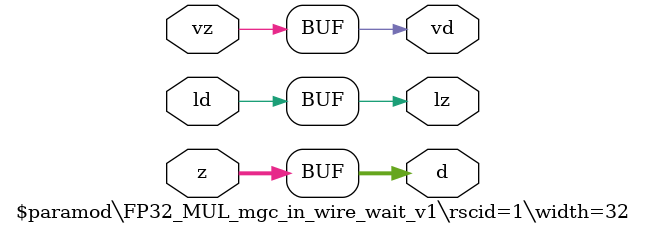
<source format=v>
module \$paramod\FP32_MUL_mgc_in_wire_wait_v1\rscid=1\width=32 (ld, vd, d, lz, vz, z);
  (* src = "./vmod/vlibs/HLS_fp32_mul.v:14" *)
  output [31:0] d;
  (* src = "./vmod/vlibs/HLS_fp32_mul.v:12" *)
  input ld;
  (* src = "./vmod/vlibs/HLS_fp32_mul.v:15" *)
  output lz;
  (* src = "./vmod/vlibs/HLS_fp32_mul.v:13" *)
  output vd;
  (* src = "./vmod/vlibs/HLS_fp32_mul.v:16" *)
  input vz;
  (* src = "./vmod/vlibs/HLS_fp32_mul.v:17" *)
  input [31:0] z;
  assign d = z;
  assign lz = ld;
  assign vd = vz;
endmodule

</source>
